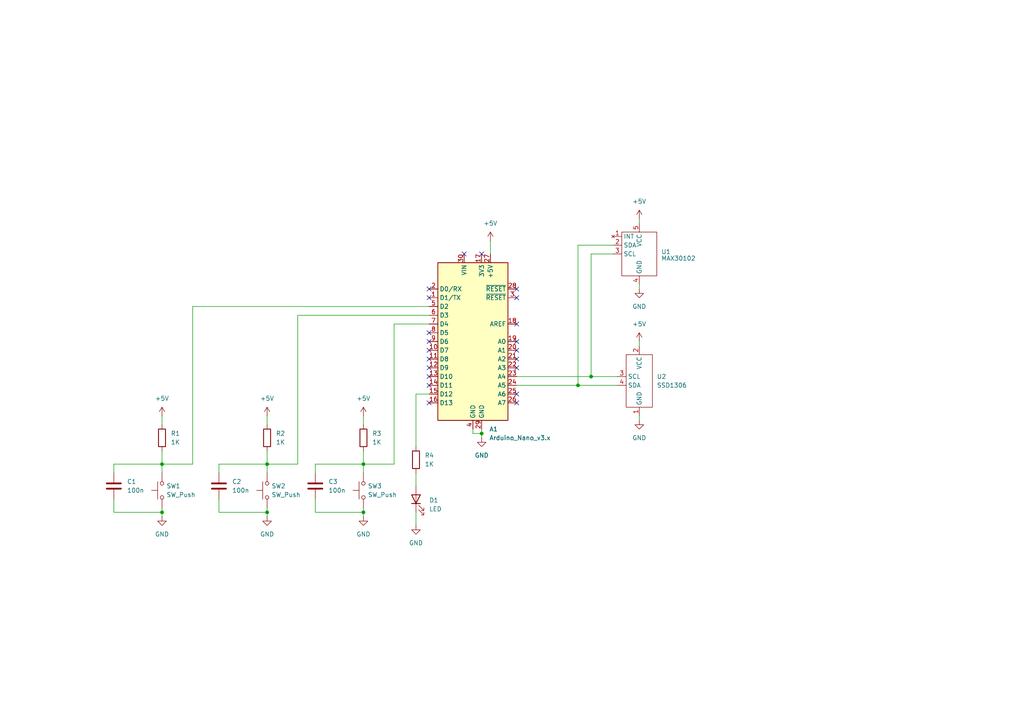
<source format=kicad_sch>
(kicad_sch (version 20231120) (generator "eeschema") (generator_version "8.0")
  (paper "A4")
  (lib_symbols
    (symbol "Device:C" (pin_numbers hide) (pin_names (offset 0.254))
      (property "Reference" "C" (at 0.635 2.54 0))
      (property "Value" "C" (at 0.635 -2.54 0))
      (symbol "C_0_1"
        (polyline (pts (xy -2.032 -0.762) (xy 2.032 -0.762)) (stroke (width 0.508)))
        (polyline (pts (xy -2.032 0.762) (xy 2.032 0.762)) (stroke (width 0.508)))
      )
      (symbol "C_1_1"
        (pin passive line (at 0 3.81 270) (length 2.794) (name "~") (number "1"))
        (pin passive line (at 0 -3.81 90) (length 2.794) (name "~") (number "2"))
      )
    )
    (symbol "Device:LED" (pin_numbers hide) (pin_names (offset 1.016) hide)
      (property "Reference" "D" (at 0 2.54 0))
      (property "Value" "LED" (at 0 -2.54 0))
      (symbol "LED_0_1"
        (polyline (pts (xy -1.27 -1.27) (xy -1.27 1.27)) (stroke (width 0.254)))
        (polyline (pts (xy -1.27 0) (xy 1.27 0)))
        (polyline (pts (xy 1.27 -1.27) (xy 1.27 1.27) (xy -1.27 0) (xy 1.27 -1.27)) (stroke (width 0.254)))
        (polyline (pts (xy -3.048 -0.762) (xy -4.572 -2.286) (xy -3.81 -2.286) (xy -4.572 -2.286) (xy -4.572 -1.524)))
        (polyline (pts (xy -1.778 -0.762) (xy -3.302 -2.286) (xy -2.54 -2.286) (xy -3.302 -2.286) (xy -3.302 -1.524)))
      )
      (symbol "LED_1_1"
        (pin passive line (at -3.81 0 0) (length 2.54) (name "K") (number "1"))
        (pin passive line (at 3.81 0 180) (length 2.54) (name "A") (number "2"))
      )
    )
    (symbol "Device:R" (pin_numbers hide) (pin_names (offset 0))
      (property "Reference" "R" (at 2.032 0 90))
      (property "Value" "R" (at 0 0 90))
      (symbol "R_0_1"
        (rectangle (start -1.016 -2.54) (end 1.016 2.54) (stroke (width 0.254)))
      )
      (symbol "R_1_1"
        (pin passive line (at 0 3.81 270) (length 1.27) (name "~") (number "1"))
        (pin passive line (at 0 -3.81 90) (length 1.27) (name "~") (number "2"))
      )
    )
    (symbol "MCU_Module:Arduino_Nano_v3.x"
      (property "Reference" "A" (at -10.16 23.495 0))
      (property "Value" "Arduino_Nano_v3.x" (at 5.08 -24.13 0))
      (symbol "Arduino_Nano_v3.x_0_1"
        (rectangle (start -10.16 22.86) (end 10.16 -22.86) (stroke (width 0.254)) (fill (type background)))
      )
      (symbol "Arduino_Nano_v3.x_1_1"
        (pin bidirectional line (at -12.7 12.7 0) (length 2.54) (name "D1/TX") (number "1"))
        (pin bidirectional line (at -12.7 -2.54 0) (length 2.54) (name "D7") (number "10"))
        (pin bidirectional line (at -12.7 -5.08 0) (length 2.54) (name "D8") (number "11"))
        (pin bidirectional line (at -12.7 -7.62 0) (length 2.54) (name "D9") (number "12"))
        (pin bidirectional line (at -12.7 -10.16 0) (length 2.54) (name "D10") (number "13"))
        (pin bidirectional line (at -12.7 -12.7 0) (length 2.54) (name "D11") (number "14"))
        (pin bidirectional line (at -12.7 -15.24 0) (length 2.54) (name "D12") (number "15"))
        (pin bidirectional line (at -12.7 -17.78 0) (length 2.54) (name "D13") (number "16"))
        (pin power_out line (at 2.54 25.4 270) (length 2.54) (name "3V3") (number "17"))
        (pin input line (at 12.7 5.08 180) (length 2.54) (name "AREF") (number "18"))
        (pin bidirectional line (at 12.7 0 180) (length 2.54) (name "A0") (number "19"))
        (pin bidirectional line (at -12.7 15.24 0) (length 2.54) (name "D0/RX") (number "2"))
        (pin bidirectional line (at 12.7 -2.54 180) (length 2.54) (name "A1") (number "20"))
        (pin bidirectional line (at 12.7 -5.08 180) (length 2.54) (name "A2") (number "21"))
        (pin bidirectional line (at 12.7 -7.62 180) (length 2.54) (name "A3") (number "22"))
        (pin bidirectional line (at 12.7 -10.16 180) (length 2.54) (name "A4") (number "23"))
        (pin bidirectional line (at 12.7 -12.7 180) (length 2.54) (name "A5") (number "24"))
        (pin bidirectional line (at 12.7 -15.24 180) (length 2.54) (name "A6") (number "25"))
        (pin bidirectional line (at 12.7 -17.78 180) (length 2.54) (name "A7") (number "26"))
        (pin power_out line (at 5.08 25.4 270) (length 2.54) (name "+5V") (number "27"))
        (pin input line (at 12.7 15.24 180) (length 2.54) (name "~{RESET}") (number "28"))
        (pin power_in line (at 2.54 -25.4 90) (length 2.54) (name "GND") (number "29"))
        (pin input line (at 12.7 12.7 180) (length 2.54) (name "~{RESET}") (number "3"))
        (pin power_in line (at -2.54 25.4 270) (length 2.54) (name "VIN") (number "30"))
        (pin power_in line (at 0 -25.4 90) (length 2.54) (name "GND") (number "4"))
        (pin bidirectional line (at -12.7 10.16 0) (length 2.54) (name "D2") (number "5"))
        (pin bidirectional line (at -12.7 7.62 0) (length 2.54) (name "D3") (number "6"))
        (pin bidirectional line (at -12.7 5.08 0) (length 2.54) (name "D4") (number "7"))
        (pin bidirectional line (at -12.7 2.54 0) (length 2.54) (name "D5") (number "8"))
        (pin bidirectional line (at -12.7 0 0) (length 2.54) (name "D6") (number "9"))
      )
    )
    (symbol "Switch:SW_Push" (pin_numbers hide) (pin_names (offset 1.016) hide)
      (property "Reference" "SW" (at 1.27 2.54 0))
      (property "Value" "SW_Push" (at 0 -1.524 0))
      (symbol "SW_Push_0_1"
        (circle (center -2.032 0) (radius 0.508))
        (polyline (pts (xy 0 1.27) (xy 0 3.048)))
        (polyline (pts (xy 2.54 1.27) (xy -2.54 1.27)))
        (circle (center 2.032 0) (radius 0.508))
        (pin passive line (at -5.08 0 0) (length 2.54) (name "1") (number "1"))
        (pin passive line (at 5.08 0 180) (length 2.54) (name "2") (number "2"))
      )
    )
    (symbol "power:+5V" (power) (pin_numbers hide) (pin_names (offset 0) hide)
      (property "Value" "+5V" (at 0 3.556 0))
      (symbol "+5V_0_1"
        (polyline (pts (xy -0.762 1.27) (xy 0 2.54)))
        (polyline (pts (xy 0 0) (xy 0 2.54)))
        (polyline (pts (xy 0 2.54) (xy 0.762 1.27)))
      )
      (symbol "+5V_1_1"
        (pin power_in line (at 0 0 90) (length 0) (name "~") (number "1"))
      )
    )
    (symbol "power:GND" (power) (pin_numbers hide) (pin_names (offset 0) hide)
      (property "Value" "GND" (at 0 -3.81 0))
      (symbol "GND_0_1"
        (polyline (pts (xy 0 0) (xy 0 -1.27) (xy 1.27 -1.27) (xy 0 -2.54) (xy -1.27 -1.27) (xy 0 -1.27)))
      )
      (symbol "GND_1_1"
        (pin power_in line (at 0 0 270) (length 0) (name "~") (number "1"))
      )
    )
    (symbol "spo2_stuff:MAX30102_Module"
      (property "Reference" "U" (at 0 0 0))
      (property "Value" "MAX30102" (at 10.414 0 0))
      (symbol "MAX30102_Module_0_1"
        (rectangle (start -5.08 6.35) (end 5.08 -6.35))
      )
      (symbol "MAX30102_Module_1_1"
        (pin no_connect line (at -7.62 5.08 0) (length 2.54) (name "INT") (number "1"))
        (pin bidirectional line (at -7.62 2.54 0) (length 2.54) (name "SDA") (number "2"))
        (pin input line (at -7.62 0 0) (length 2.54) (name "SCL") (number "3"))
        (pin power_in line (at 0 -8.89 90) (length 2.54) (name "GND") (number "4"))
        (pin power_in line (at 0 8.89 270) (length 2.54) (name "VCC") (number "5"))
      )
    )
    (symbol "spo2_stuff:SSD1306"
      (property "Reference" "U" (at 0 0 0))
      (property "Value" "SSD1306" (at 8.128 0 0))
      (symbol "SSD1306_0_1"
        (rectangle (start -3.81 7.62) (end 3.81 -7.62))
      )
      (symbol "SSD1306_1_1"
        (pin power_in line (at 0 -10.16 90) (length 2.54) (name "GND") (number "1"))
        (pin power_in line (at 0 10.16 270) (length 2.54) (name "VCC") (number "2"))
        (pin input line (at -6.35 1.27 0) (length 2.54) (name "SCL") (number "3"))
        (pin bidirectional line (at -6.35 -1.27 0) (length 2.54) (name "SDA") (number "4"))
      )
    )
  )
  (junction (at 171.45 109.22))
  (junction (at 139.7 125.73))
  (junction (at 46.99 134.62))
  (junction (at 77.47 148.59))
  (junction (at 46.99 148.59))
  (junction (at 77.47 134.62))
  (junction (at 105.41 134.62))
  (junction (at 105.41 148.59))
  (junction (at 167.64 111.76))
  (no_connect (at 124.46 83.82))
  (no_connect (at 149.86 114.3))
  (no_connect (at 149.86 99.06))
  (no_connect (at 139.7 73.66))
  (no_connect (at 149.86 104.14))
  (no_connect (at 124.46 116.84))
  (no_connect (at 124.46 96.52))
  (no_connect (at 149.86 83.82))
  (no_connect (at 124.46 101.6))
  (no_connect (at 124.46 86.36))
  (no_connect (at 124.46 106.68))
  (no_connect (at 149.86 86.36))
  (no_connect (at 149.86 106.68))
  (no_connect (at 149.86 101.6))
  (no_connect (at 124.46 104.14))
  (no_connect (at 149.86 93.98))
  (no_connect (at 124.46 111.76))
  (no_connect (at 124.46 109.22))
  (no_connect (at 134.62 73.66))
  (no_connect (at 124.46 99.06))
  (no_connect (at 149.86 116.84))
  (wire (pts (xy 139.7 125.73) (xy 139.7 127)))
  (wire (pts (xy 91.44 144.78) (xy 91.44 148.59)))
  (wire (pts (xy 105.41 120.65) (xy 105.41 123.19)))
  (wire (pts (xy 114.3 134.62) (xy 105.41 134.62)))
  (wire (pts (xy 46.99 130.81) (xy 46.99 134.62)))
  (wire (pts (xy 46.99 148.59) (xy 46.99 149.86)))
  (wire (pts (xy 91.44 134.62) (xy 105.41 134.62)))
  (wire (pts (xy 149.86 111.76) (xy 167.64 111.76)))
  (wire (pts (xy 105.41 148.59) (xy 105.41 149.86)))
  (wire (pts (xy 177.8 71.12) (xy 167.64 71.12)))
  (wire (pts (xy 124.46 91.44) (xy 86.36 91.44)))
  (wire (pts (xy 171.45 73.66) (xy 171.45 109.22)))
  (wire (pts (xy 185.42 99.06) (xy 185.42 100.33)))
  (wire (pts (xy 55.88 134.62) (xy 46.99 134.62)))
  (wire (pts (xy 149.86 109.22) (xy 171.45 109.22)))
  (wire (pts (xy 86.36 91.44) (xy 86.36 134.62)))
  (wire (pts (xy 77.47 130.81) (xy 77.47 134.62)))
  (wire (pts (xy 167.64 71.12) (xy 167.64 111.76)))
  (wire (pts (xy 124.46 114.3) (xy 120.65 114.3)))
  (wire (pts (xy 91.44 148.59) (xy 105.41 148.59)))
  (wire (pts (xy 105.41 134.62) (xy 105.41 137.16)))
  (wire (pts (xy 114.3 93.98) (xy 114.3 134.62)))
  (wire (pts (xy 105.41 147.32) (xy 105.41 148.59)))
  (wire (pts (xy 55.88 88.9) (xy 55.88 134.62)))
  (wire (pts (xy 86.36 134.62) (xy 77.47 134.62)))
  (wire (pts (xy 120.65 148.59) (xy 120.65 152.4)))
  (wire (pts (xy 77.47 134.62) (xy 77.47 137.16)))
  (wire (pts (xy 63.5 137.16) (xy 63.5 134.62)))
  (wire (pts (xy 33.02 137.16) (xy 33.02 134.62)))
  (wire (pts (xy 77.47 148.59) (xy 77.47 149.86)))
  (wire (pts (xy 91.44 137.16) (xy 91.44 134.62)))
  (wire (pts (xy 33.02 148.59) (xy 46.99 148.59)))
  (wire (pts (xy 46.99 120.65) (xy 46.99 123.19)))
  (wire (pts (xy 137.16 124.46) (xy 137.16 125.73)))
  (wire (pts (xy 185.42 63.5) (xy 185.42 64.77)))
  (wire (pts (xy 63.5 134.62) (xy 77.47 134.62)))
  (wire (pts (xy 137.16 125.73) (xy 139.7 125.73)))
  (wire (pts (xy 105.41 130.81) (xy 105.41 134.62)))
  (wire (pts (xy 185.42 120.65) (xy 185.42 121.92)))
  (wire (pts (xy 167.64 111.76) (xy 179.07 111.76)))
  (wire (pts (xy 120.65 137.16) (xy 120.65 140.97)))
  (wire (pts (xy 120.65 114.3) (xy 120.65 129.54)))
  (wire (pts (xy 33.02 134.62) (xy 46.99 134.62)))
  (wire (pts (xy 46.99 147.32) (xy 46.99 148.59)))
  (wire (pts (xy 77.47 147.32) (xy 77.47 148.59)))
  (wire (pts (xy 185.42 82.55) (xy 185.42 83.82)))
  (wire (pts (xy 124.46 93.98) (xy 114.3 93.98)))
  (wire (pts (xy 33.02 144.78) (xy 33.02 148.59)))
  (wire (pts (xy 46.99 134.62) (xy 46.99 137.16)))
  (wire (pts (xy 63.5 148.59) (xy 77.47 148.59)))
  (wire (pts (xy 139.7 124.46) (xy 139.7 125.73)))
  (wire (pts (xy 77.47 120.65) (xy 77.47 123.19)))
  (wire (pts (xy 177.8 73.66) (xy 171.45 73.66)))
  (wire (pts (xy 171.45 109.22) (xy 179.07 109.22)))
  (wire (pts (xy 142.24 69.85) (xy 142.24 73.66)))
  (wire (pts (xy 63.5 144.78) (xy 63.5 148.59)))
  (wire (pts (xy 124.46 88.9) (xy 55.88 88.9)))
  (symbol (lib_id "power:GND") (at 46.99 149.86 0) (unit 1)
    (property "Reference" "#PWR04" (effects (hide yes)))
    (property "Value" "GND" (at 46.99 154.94 0))
    (property "Description" "Power symbol creates a global label with name \"GND\" , ground" (effects (hide yes)))
  )
  (symbol (lib_id "MCU_Module:Arduino_Nano_v3.x") (at 137.16 99.06 0) (unit 1)
    (property "Reference" "A1" (at 141.8941 124.46 0) (effects (justify left)))
    (property "Value" "Arduino_Nano_v3.x" (at 141.8941 127 0) (effects (justify left)))
    (property "Footprint" "Module:Arduino_Nano" (effects (hide yes)))
    (property "Datasheet" "http://www.mouser.com/pdfdocs/Gravitech_Arduino_Nano3_0.pdf" (effects (hide yes)))
    (property "Description" "Arduino Nano v3.x" (effects (hide yes)))
  )
  (symbol (lib_id "power:GND") (at 77.47 149.86 0) (unit 1)
    (property "Reference" "#PWR06" (effects (hide yes)))
    (property "Value" "GND" (at 77.47 154.94 0))
    (property "Description" "Power symbol creates a global label with name \"GND\" , ground" (effects (hide yes)))
  )
  (symbol (lib_id "power:+5V") (at 185.42 99.06 0) (unit 1)
    (property "Reference" "#PWR013" (effects (hide yes)))
    (property "Value" "+5V" (at 185.42 93.98 0))
    (property "Description" "Power symbol creates a global label with name \"+5V\"" (effects (hide yes)))
  )
  (symbol (lib_id "power:+5V") (at 185.42 63.5 0) (unit 1)
    (property "Reference" "#PWR012" (effects (hide yes)))
    (property "Value" "+5V" (at 185.42 58.42 0))
    (property "Description" "Power symbol creates a global label with name \"+5V\"" (effects (hide yes)))
  )
  (symbol (lib_id "power:+5V") (at 46.99 120.65 0) (unit 1)
    (property "Reference" "#PWR03" (effects (hide yes)))
    (property "Value" "+5V" (at 46.99 115.57 0))
    (property "Description" "Power symbol creates a global label with name \"+5V\"" (effects (hide yes)))
  )
  (symbol (lib_id "Device:C") (at 33.02 140.97 0) (unit 1)
    (property "Reference" "C1" (at 36.83 139.6999 0) (effects (justify left)))
    (property "Value" "100n" (at 36.83 142.2399 0) (effects (justify left)))
    (property "Description" "Unpolarized capacitor" (effects (hide yes)))
  )
  (symbol (lib_id "power:GND") (at 120.65 152.4 0) (unit 1)
    (property "Reference" "#PWR09" (effects (hide yes)))
    (property "Value" "GND" (at 120.65 157.48 0))
    (property "Description" "Power symbol creates a global label with name \"GND\" , ground" (effects (hide yes)))
  )
  (symbol (lib_id "Switch:SW_Push") (at 46.99 142.24 90) (unit 1)
    (property "Reference" "SW1" (at 48.26 140.9699 90) (effects (justify right)))
    (property "Value" "SW_Push" (at 48.26 143.5099 90) (effects (justify right)))
    (property "Description" "Push button switch, generic, two pins" (effects (hide yes)))
  )
  (symbol (lib_id "Device:LED") (at 120.65 144.78 90) (unit 1)
    (property "Reference" "D1" (at 124.46 145.0974 90) (effects (justify right)))
    (property "Value" "LED" (at 124.46 147.6374 90) (effects (justify right)))
    (property "Description" "Light emitting diode" (effects (hide yes)))
  )
  (symbol (lib_id "Device:R") (at 120.65 133.35 0) (unit 1)
    (property "Reference" "R4" (at 123.19 132.0799 0) (effects (justify left)))
    (property "Value" "1K" (at 123.19 134.6199 0) (effects (justify left)))
    (property "Description" "Resistor" (effects (hide yes)))
  )
  (symbol (lib_id "Device:R") (at 77.47 127 0) (unit 1)
    (property "Reference" "R2" (at 80.01 125.7299 0) (effects (justify left)))
    (property "Value" "1K" (at 80.01 128.2699 0) (effects (justify left)))
    (property "Description" "Resistor" (effects (hide yes)))
  )
  (symbol (lib_id "power:GND") (at 139.7 127 0) (unit 1)
    (property "Reference" "#PWR02" (effects (hide yes)))
    (property "Value" "GND" (at 139.7 132.08 0))
    (property "Description" "Power symbol creates a global label with name \"GND\" , ground" (effects (hide yes)))
  )
  (symbol (lib_id "Device:C") (at 91.44 140.97 0) (unit 1)
    (property "Reference" "C3" (at 95.25 139.6999 0) (effects (justify left)))
    (property "Value" "100n" (at 95.25 142.2399 0) (effects (justify left)))
    (property "Description" "Unpolarized capacitor" (effects (hide yes)))
  )
  (symbol (lib_id "spo2_stuff:SSD1306") (at 185.42 110.49 0) (unit 1)
    (property "Reference" "U2" (at 190.5 109.2199 0) (effects (justify left)))
    (property "Value" "SSD1306" (at 190.5 111.7599 0) (effects (justify left)))
  )
  (symbol (lib_id "Device:R") (at 46.99 127 0) (unit 1)
    (property "Reference" "R1" (at 49.53 125.7299 0) (effects (justify left)))
    (property "Value" "1K" (at 49.53 128.2699 0) (effects (justify left)))
    (property "Description" "Resistor" (effects (hide yes)))
  )
  (symbol (lib_id "spo2_stuff:MAX30102_Module") (at 185.42 73.66 0) (unit 1)
    (property "Reference" "U1" (at 191.77 73.0249 0) (effects (justify left)))
    (property "Value" "MAX30102" (at 191.77 74.93 0) (effects (justify left)))
  )
  (symbol (lib_id "power:GND") (at 185.42 83.82 0) (unit 1)
    (property "Reference" "#PWR011" (effects (hide yes)))
    (property "Value" "GND" (at 185.42 88.9 0))
    (property "Description" "Power symbol creates a global label with name \"GND\" , ground" (effects (hide yes)))
  )
  (symbol (lib_id "Device:C") (at 63.5 140.97 0) (unit 1)
    (property "Reference" "C2" (at 67.31 139.6999 0) (effects (justify left)))
    (property "Value" "100n" (at 67.31 142.2399 0) (effects (justify left)))
    (property "Description" "Unpolarized capacitor" (effects (hide yes)))
  )
  (symbol (lib_id "power:+5V") (at 105.41 120.65 0) (unit 1)
    (property "Reference" "#PWR07" (effects (hide yes)))
    (property "Value" "+5V" (at 105.41 115.57 0))
    (property "Description" "Power symbol creates a global label with name \"+5V\"" (effects (hide yes)))
  )
  (symbol (lib_id "Switch:SW_Push") (at 105.41 142.24 90) (unit 1)
    (property "Reference" "SW3" (at 106.68 140.9699 90) (effects (justify right)))
    (property "Value" "SW_Push" (at 106.68 143.5099 90) (effects (justify right)))
    (property "Description" "Push button switch, generic, two pins" (effects (hide yes)))
  )
  (symbol (lib_id "Device:R") (at 105.41 127 0) (unit 1)
    (property "Reference" "R3" (at 107.95 125.7299 0) (effects (justify left)))
    (property "Value" "1K" (at 107.95 128.2699 0) (effects (justify left)))
    (property "Description" "Resistor" (effects (hide yes)))
  )
  (symbol (lib_id "power:GND") (at 185.42 121.92 0) (unit 1)
    (property "Reference" "#PWR010" (effects (hide yes)))
    (property "Value" "GND" (at 185.42 127 0))
    (property "Description" "Power symbol creates a global label with name \"GND\" , ground" (effects (hide yes)))
  )
  (symbol (lib_id "Switch:SW_Push") (at 77.47 142.24 90) (unit 1)
    (property "Reference" "SW2" (at 78.74 140.9699 90) (effects (justify right)))
    (property "Value" "SW_Push" (at 78.74 143.5099 90) (effects (justify right)))
    (property "Description" "Push button switch, generic, two pins" (effects (hide yes)))
  )
  (symbol (lib_id "power:GND") (at 105.41 149.86 0) (unit 1)
    (property "Reference" "#PWR08" (effects (hide yes)))
    (property "Value" "GND" (at 105.41 154.94 0))
    (property "Description" "Power symbol creates a global label with name \"GND\" , ground" (effects (hide yes)))
  )
  (symbol (lib_id "power:+5V") (at 142.24 69.85 0) (unit 1)
    (property "Reference" "#PWR01" (effects (hide yes)))
    (property "Value" "+5V" (at 142.24 64.77 0))
    (property "Description" "Power symbol creates a global label with name \"+5V\"" (effects (hide yes)))
  )
  (symbol (lib_id "power:+5V") (at 77.47 120.65 0) (unit 1)
    (property "Reference" "#PWR05" (effects (hide yes)))
    (property "Value" "+5V" (at 77.47 115.57 0))
    (property "Description" "Power symbol creates a global label with name \"+5V\"" (effects (hide yes)))
  )
)
</source>
